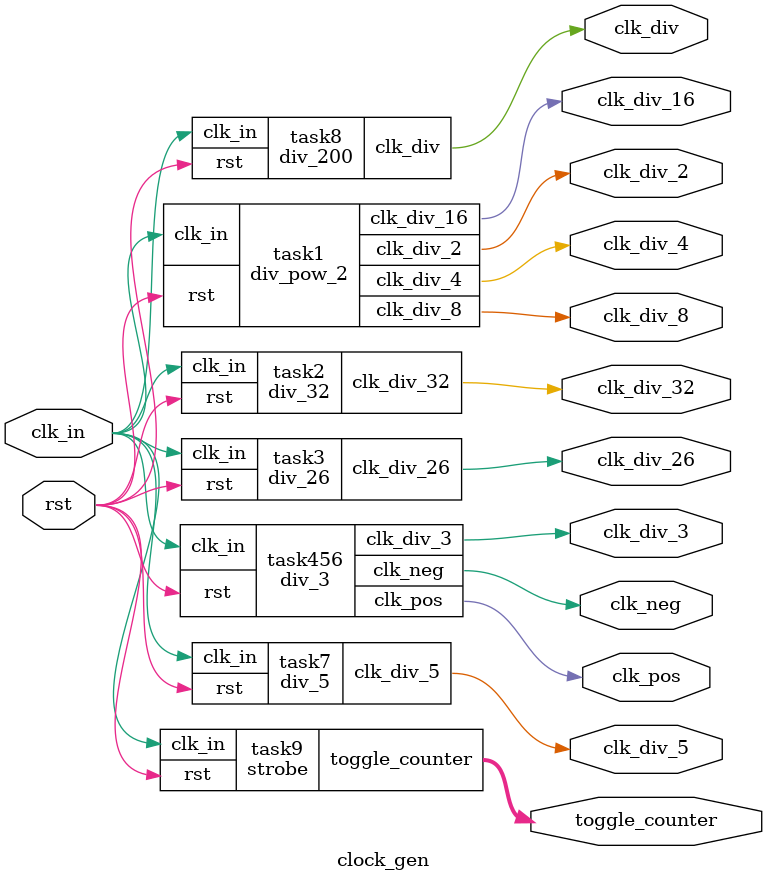
<source format=v>
`timescale 1ns / 1ps
module div_pow_2
	(
		input clk_in,
		input rst,
		output wire clk_div_2,
		output wire clk_div_4,
		output wire clk_div_8,
		output wire clk_div_16
	);
	
	reg [3:0] counter = 4'b0000;
	
	always@(posedge clk_in) begin
		if(rst) begin
			counter <= 4'b0000;
		end else begin
			counter <= counter + 1'b1;
		end
	end
	
	assign clk_div_2 = counter[0];
	assign clk_div_4 = counter[1];
	assign clk_div_8 = counter[2];
	assign clk_div_16 = counter[3];

endmodule

module div_32(
		input clk_in,
		input rst,
		output wire clk_div_32
	);
	
	reg [3:0] counter = 4'b0000;
	reg output_32 = 1'b0;
	
	always@(posedge clk_in) begin
		if(rst) begin
			output_32 <= 1'b0;
			counter <= 4'b0000;
		end else begin 
			if(counter == 4'b1111) begin
				output_32 <= ~output_32;
				counter <= 4'b0000;
			end
			counter <= counter + 1'b1;
		end
	end
	
	assign clk_div_32 = output_32;

endmodule

module div_26(
		input clk_in,
		input rst,
		output wire clk_div_26
	);
	
	reg [3:0] counter = 4'b0000;
	reg output_26 = 0;
	
	always@(posedge clk_in) begin
		if(rst) begin
			output_26 <= 0;
			counter <= 4'b0000;
		end else if(counter == 4'b1100) begin
			output_26 <= ~output_26;
			counter <= 0;
		end else begin
			counter <= counter + 1'b1;
		end
	end
	
	assign clk_div_26 = output_26;
	
endmodule

module div_3(
		input clk_in,
		input rst,
		output wire clk_div_3,
		output wire clk_pos,
		output wire clk_neg
	);
	
	reg [2:0] positive_counter = 3'b001;
	reg [2:0] negative_counter = 3'b001;
	
	always@(posedge clk_in) begin
		if(rst) begin
			positive_counter <= 3'b001;
		end else begin
			positive_counter <= {positive_counter[1:0],positive_counter[2]};
		end
	end
	
	always@(negedge clk_in) begin
		if(rst) begin
			negative_counter <= 3'b001;
		end else begin
			negative_counter <= {negative_counter[1:0],negative_counter[2]};
		end
	end
	
	assign clk_pos = positive_counter[2];
	assign clk_neg = negative_counter[2];
	assign clk_div_3 = ~rst && (clk_pos || clk_neg);

endmodule

module div_5(
		input clk_in,
		input rst,
		output wire clk_div_5
	);
	
	reg [4:0] positive_counter = 5'b00001;
	reg [4:0] negative_counter = 5'b00001;
	
	always@(posedge clk_in) begin
		if(rst) begin
			positive_counter <= 5'b0011;
		end else begin
			positive_counter <= {positive_counter[3:0], positive_counter[4]};
		end
	end
	
	always@(negedge clk_in) begin
		if(rst) begin
			negative_counter <= 5'b0011;
		end else begin
			negative_counter <= {negative_counter[3:0], negative_counter[4]};
		end
	end
	
	assign clk_div_5 = ~rst && (positive_counter[4] || negative_counter[4]);
	
endmodule

module div_200 (
		input clk_in,
		input rst,
		output wire clk_div
	);
	
	/*
		100 MHz = 100 000 000 Hz frequency
		period = 1/f => period = 1*10^(-8)s = 10ns
	*/
	
	reg [7:0] counter = 0;
	reg output_200 = 0;
	
	always@(posedge clk_in) begin
		if(rst) begin
			counter <= 0;
		end else begin
			counter <= counter + 1'b1;
			if(counter == 99) begin
				counter <= 0;
			end
		end
	end
	
	always@(posedge clk_in) begin
		if(rst) begin
			output_200 <= 0;
		end
		if(counter == 0) begin
			output_200 <= ~output_200;
		end
	end
	
	assign clk_div = ~rst && output_200;
	
endmodule

module strobe(
		input clk_in,
		input rst,
		output reg [7:0] toggle_counter
	);
	
	reg [1:0] counter = 2'b00;
	
	always@(posedge clk_in) begin
		if(rst) begin
			counter <= 0;
		end else begin
			counter <= counter + 1'b1;
		end
	end
	
	always@(posedge clk_in)begin
		if(rst) begin
			toggle_counter <= 8'b0000_0000;
		end else if(counter == 2'b11) begin
			toggle_counter <= toggle_counter - 8'd5;
		end else begin
			toggle_counter <= toggle_counter + 8'd3;
		end
	end
endmodule

module clock_gen(
		 input clk_in,
		 input rst,
		 output wire clk_div_2,
		 output wire clk_div_4,
		 output wire clk_div_8,
		 output wire clk_div_16,
		 output wire clk_div_32,
		 output wire clk_div_26,
		 output wire clk_div_3,
		 output wire clk_pos,
		 output wire clk_neg,
		 output wire clk_div_5,
		 output wire clk_div,
		 output wire [7:0] toggle_counter
    );
	 
	div_pow_2 task1(
		.clk_in(clk_in),
		.rst(rst),
		.clk_div_2(clk_div_2),
		.clk_div_4(clk_div_4),
		.clk_div_8(clk_div_8),
		.clk_div_16(clk_div_16)
	);
	
	div_32 task2(
		.clk_in(clk_in),
		.rst(rst),
		.clk_div_32(clk_div_32)
	);
	
	div_26 task3(
		.clk_in(clk_in),
		.rst(rst),
		.clk_div_26(clk_div_26)
	);
	
	div_3 task456(
		.clk_in(clk_in),
		.rst(rst),
		.clk_div_3(clk_div_3),
		.clk_pos(clk_pos),
		.clk_neg(clk_neg)
	);
	
	div_5 task7(
		.clk_in(clk_in),
		.rst(rst),
		.clk_div_5(clk_div_5)
	);
	
	div_200 task8(
		.clk_in(clk_in),
		.rst(rst),
		.clk_div(clk_div)
	);
	
	strobe task9(
		.clk_in(clk_in),
		.rst(rst),
		.toggle_counter(toggle_counter)
	);

endmodule

</source>
